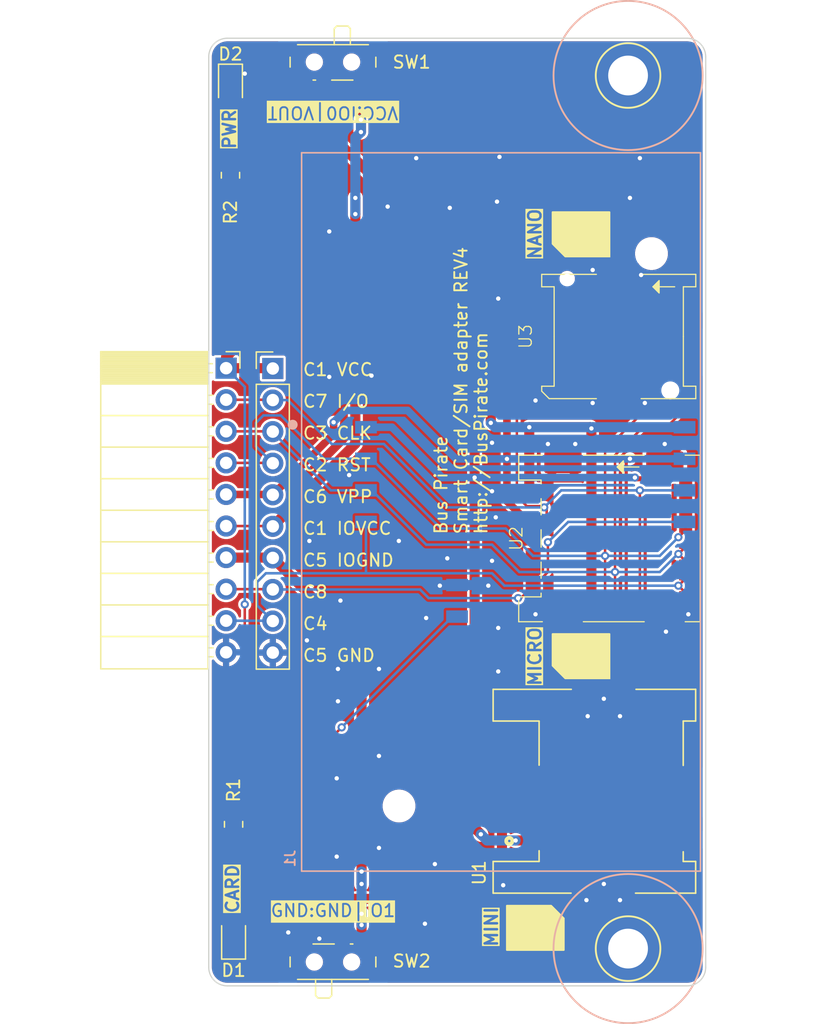
<source format=kicad_pcb>
(kicad_pcb (version 20241229) (generator "pcbnew") (generator_version "9.0")
  (layers (0 "F.Cu" signal) (2 "B.Cu" signal) (13 "F.Paste" user) (15 "B.Paste" user) (5 "F.SilkS" user "F.Silkscreen") (7 "B.SilkS" user "B.Silkscreen") (1 "F.Mask" user) (3 "B.Mask" user) (25 "Edge.Cuts" user))
  (net 0 "")
  (net 1 "Net-(D1-K)")
  (net 2 "Net-(D1-A)")
  (net 3 "/VCC")
  (net 4 "/RST")
  (net 5 "/CLK")
  (net 6 "/C4")
  (net 7 "/SIM_GND")
  (net 8 "/VPP")
  (net 9 "/I{slash}O")
  (net 10 "/C8")
  (net 11 "GND")
  (net 12 "VOUT")
  (net 13 "Net-(D2-A)")
  (net 14 "VCC_PIN")
  (net 15 "GND_PIN")
  (footprint "LED_SMD:LED_0805_2012Metric" (layer "F.Cu") (at 102 134.66 90)
    (property "Reference" "D1" (at -2.59 0 180) (layer "F.SilkS"))
    (property "Value" "LED" (hide yes))
    (pad "1" smd roundrect (at -0.9375 0 90) (size 0.975 1.4) (layers "F.Cu" "F.Mask" "F.Paste") (net 1 "Net-(D1-K)"))
    (pad "2" smd roundrect (at 0.9375 0 90) (size 0.975 1.4) (layers "F.Cu" "F.Mask" "F.Paste") (net 2 "Net-(D1-A)"))
  )
  (footprint "Connector_PinHeader_2.54mm:PinHeader_1x10_P2.54mm_Vertical" (layer "F.Cu") (at 105.156 88.825)
    (property "Reference" "J3" (hide yes))
    (property "Value" "Conn_01x10" (hide yes))
    (pad "1" thru_hole rect (at 0 0) (size 1.7 1.7) (drill 1) (layers "*.Cu" "*.Mask") (net 12 "VOUT"))
    (pad "2" thru_hole oval (at 0 2.54) (size 1.7 1.7) (drill 1) (layers "*.Cu" "*.Mask") (net 9 "/I{slash}O"))
    (pad "3" thru_hole oval (at 0 5.08) (size 1.7 1.7) (drill 1) (layers "*.Cu" "*.Mask") (net 5 "/CLK"))
    (pad "4" thru_hole oval (at 0 7.62) (size 1.7 1.7) (drill 1) (layers "*.Cu" "*.Mask") (net 4 "/RST"))
    (pad "5" thru_hole oval (at 0 10.16) (size 1.7 1.7) (drill 1) (layers "*.Cu" "*.Mask") (net 8 "/VPP"))
    (pad "6" thru_hole oval (at 0 12.7) (size 1.7 1.7) (drill 1) (layers "*.Cu" "*.Mask") (net 14 "VCC_PIN"))
    (pad "7" thru_hole oval (at 0 15.24) (size 1.7 1.7) (drill 1) (layers "*.Cu" "*.Mask") (net 15 "GND_PIN"))
    (pad "8" thru_hole oval (at 0 17.78) (size 1.7 1.7) (drill 1) (layers "*.Cu" "*.Mask") (net 10 "/C8"))
    (pad "9" thru_hole oval (at 0 20.32) (size 1.7 1.7) (drill 1) (layers "*.Cu" "*.Mask") (net 6 "/C4"))
    (pad "10" thru_hole oval (at 0 22.86) (size 1.7 1.7) (drill 1) (layers "*.Cu" "*.Mask") (net 11 "GND"))
  )
  (footprint "Resistor_SMD:R_0805_2012Metric" (layer "F.Cu") (at 102 125.5 -90)
    (property "Reference" "R1" (at -2.75 0 90) (layer "F.SilkS"))
    (property "Value" "2K" (hide yes))
    (pad "1" smd roundrect (at -0.9125 0 270) (size 1.025 1.4) (layers "F.Cu" "F.Mask" "F.Paste") (roundrect_rratio 0.243902439) (net 12 "VOUT"))
    (pad "2" smd roundrect (at 0.9125 0 270) (size 1.025 1.4) (layers "F.Cu" "F.Mask" "F.Paste") (roundrect_rratio 0.243902439) (net 2 "Net-(D1-A)"))
  )
  (footprint "Connector_PinSocket_2.54mm:PinSocket_1x10_P2.54mm_Horizontal" (layer "F.Cu") (at 101.4 88.8)
    (property "Reference" "J2" (hide yes))
    (property "Value" "Conn_01x10" (hide yes))
    (pad "1" thru_hole rect (at 0 0) (size 1.7 1.7) (drill 1) (layers "*.Cu" "*.Mask") (net 12 "VOUT"))
    (pad "2" thru_hole oval (at 0 2.54) (size 1.7 1.7) (drill 1) (layers "*.Cu" "*.Mask") (net 9 "/I{slash}O"))
    (pad "3" thru_hole oval (at 0 5.08) (size 1.7 1.7) (drill 1) (layers "*.Cu" "*.Mask") (net 5 "/CLK"))
    (pad "4" thru_hole oval (at 0 7.62) (size 1.7 1.7) (drill 1) (layers "*.Cu" "*.Mask") (net 4 "/RST"))
    (pad "5" thru_hole oval (at 0 10.16) (size 1.7 1.7) (drill 1) (layers "*.Cu" "*.Mask") (net 8 "/VPP"))
    (pad "6" thru_hole oval (at 0 12.7) (size 1.7 1.7) (drill 1) (layers "*.Cu" "*.Mask") (net 14 "VCC_PIN"))
    (pad "7" thru_hole oval (at 0 15.24) (size 1.7 1.7) (drill 1) (layers "*.Cu" "*.Mask") (net 15 "GND_PIN"))
    (pad "8" thru_hole oval (at 0 17.78) (size 1.7 1.7) (drill 1) (layers "*.Cu" "*.Mask") (net 10 "/C8"))
    (pad "9" thru_hole oval (at 0 20.32) (size 1.7 1.7) (drill 1) (layers "*.Cu" "*.Mask") (net 6 "/C4"))
    (pad "10" thru_hole oval (at 0 22.86) (size 1.7 1.7) (drill 1) (layers "*.Cu" "*.Mask") (net 11 "GND"))
  )
  (footprint "Button_Switch_SMD:SW_SPDT_PCM12" (layer "F.Cu") (at 110 64.5 180)
    (property "Reference" "SW1" (at -6.332 0.323 0) (layer "F.SilkS"))
    (property "Value" "SW_SPDT")
    (pad "" smd rect (at -3.65 -0.78 180) (size 1 0.8) (layers "F.Cu" "F.Mask" "F.Paste"))
    (pad "" smd rect (at -3.65 1.43 180) (size 1 0.8) (layers "F.Cu" "F.Mask" "F.Paste"))
    (pad "" np_thru_hole circle (at -1.5 0.33 180) (size 0.9 0.9) (drill 0.9) (layers "*.Cu" "*.Mask"))
    (pad "" np_thru_hole circle (at 1.5 0.33 180) (size 0.9 0.9) (drill 0.9) (layers "*.Cu" "*.Mask"))
    (pad "" smd rect (at 3.65 -0.78 180) (size 1 0.8) (layers "F.Cu" "F.Mask" "F.Paste"))
    (pad "" smd rect (at 3.65 1.43 180) (size 1 0.8) (layers "F.Cu" "F.Mask" "F.Paste"))
    (pad "1" smd rect (at -2.25 -1.43 180) (size 0.7 1.5) (layers "F.Cu" "F.Mask" "F.Paste") (net 14 "VCC_PIN"))
    (pad "2" smd rect (at 0.75 -1.43 180) (size 0.7 1.5) (layers "F.Cu" "F.Mask" "F.Paste") (net 3 "/VCC"))
    (pad "3" smd rect (at 2.25 -1.43 180) (size 0.7 1.5) (layers "F.Cu" "F.Mask" "F.Paste") (net 12 "VOUT"))
  )
  (footprint "SIM_CARDS:SIM-0030" (layer "F.Cu") (at 132.25 102.5 90)
    (property "Reference" "U2" (at 0 -7.5 90) (layer "F.SilkS") (effects (font (thickness 0.1))))
    (property "Value" "SIM 8P")
    (pad "C1" smd roundrect (at 3.185 6.14 90) (size 0.4 1.05) (layers "F.Cu" "F.Mask" "F.Paste") (roundrect_rratio 0.1) (net 3 "/VCC"))
    (pad "C1" smd roundrect (at 4.435 6.14 90) (size 0.4 1.05) (layers "F.Cu" "F.Mask" "F.Paste") (roundrect_rratio 0.1) (net 3 "/VCC"))
    (pad "C2" smd roundrect (at 0.645 6.14 90) (size 0.4 1.05) (layers "F.Cu" "F.Mask" "F.Paste") (roundrect_rratio 0.1) (net 4 "/RST"))
    (pad "C2" smd roundrect (at 1.895 6.14 90) (size 0.4 1.05) (layers "F.Cu" "F.Mask" "F.Paste") (roundrect_rratio 0.1) (net 4 "/RST"))
    (pad "C3" smd roundrect (at -1.895 6.14 90) (size 0.4 1.05) (layers "F.Cu" "F.Mask" "F.Paste") (roundrect_rratio 0.1) (net 5 "/CLK"))
    (pad "C3" smd roundrect (at -0.645 6.14 90) (size 0.4 1.05) (layers "F.Cu" "F.Mask" "F.Paste") (roundrect_rratio 0.1) (net 5 "/CLK"))
    (pad "C4" smd roundrect (at -4.435 6.14 90) (size 0.4 1.05) (layers "F.Cu" "F.Mask" "F.Paste") (roundrect_rratio 0.1) (net 6 "/C4"))
    (pad "C4" smd roundrect (at -3.185 6.14 90) (size 0.4 1.05) (layers "F.Cu" "F.Mask" "F.Paste") (roundrect_rratio 0.1) (net 6 "/C4"))
    (pad "C5" smd roundrect (at 3.81 -6.14 90) (size 1 1.2) (layers "F.Cu" "F.Mask" "F.Paste") (roundrect_rratio 0.1) (net 7 "/SIM_GND"))
    (pad "C6" smd roundrect (at 1.27 -6.14 90) (size 1 1.2) (layers "F.Cu" "F.Mask" "F.Paste") (roundrect_rratio 0.1) (net 8 "/VPP"))
    (pad "C7" smd roundrect (at -1.27 -6.14 90) (size 1 1.2) (layers "F.Cu" "F.Mask" "F.Paste") (roundrect_rratio 0.1) (net 9 "/I{slash}O"))
    (pad "C8" smd roundrect (at -3.81 -6.14 90) (size 1 1.2) (layers "F.Cu" "F.Mask" "F.Paste") (roundrect_rratio 0.1) (net 10 "/C8"))
    (pad "SH" smd roundrect (at -6.125 -3.74 90) (size 1.75 3) (layers "F.Cu" "F.Mask" "F.Paste") (roundrect_rratio 0.1) (net 11 "GND"))
    (pad "SH" smd roundrect (at -6.125 4.46 90) (size 1.75 3) (layers "F.Cu" "F.Mask" "F.Paste") (roundrect_rratio 0.1) (net 11 "GND"))
    (pad "SH" smd roundrect (at 6.125 -3.74 90) (size 1.75 3) (layers "F.Cu" "F.Mask" "F.Paste") (roundrect_rratio 0.1) (net 11 "GND"))
    (pad "SH" smd roundrect (at 6.125 4.46 90) (size 1.75 3) (layers "F.Cu" "F.Mask" "F.Paste") (roundrect_rratio 0.1) (net 11 "GND"))
    (zone (net 0) (net_name "") (layer "F.Cu") (connect_pads (clearance 0)) (min_thickness 0.25)
      (keepout (tracks not_allowed) (vias not_allowed) (pads not_allowed) (copperpour not_allowed) (footprints allowed))
      (fill (thermal_gap 0.5) (thermal_bridge_width 0.5))
      (polygon (pts (xy 127.75 107) (xy 127.75 98) (xy 130 98) (xy 130 107)))
    )
    (zone (net 0) (net_name "") (layer "F.Cu") (connect_pads (clearance 0)) (min_thickness 0.25)
      (keepout (tracks not_allowed) (vias not_allowed) (pads not_allowed) (copperpour not_allowed) (footprints allowed))
      (fill (thermal_gap 0.5) (thermal_bridge_width 0.5))
      (polygon (pts (xy 135.25 107) (xy 135.25 98) (xy 137.25 98) (xy 137.25 107)))
    )
  )
  (footprint "SIM_CARDS:SIM-0036" (layer "F.Cu") (at 133 86.25 90)
    (property "Reference" "U3" (at 0 -7.5 90) (layer "F.SilkS") (effects (font (thickness 0.1))))
    (property "Value" "SIM 6P")
    (pad "" np_thru_hole circle (at -4.34 4.15 90) (size 0.95 0.95) (drill 0.95) (layers "*.Cu" "*.Mask"))
    (pad "" np_thru_hole circle (at 4.66 -4.15 90) (size 0.75 0.75) (drill 0.75) (layers "*.Cu" "*.Mask"))
    (pad "C1" smd roundrect (at 2.54 5.97 90) (size 0.9 1) (layers "F.Cu" "F.Mask" "F.Paste") (roundrect_rratio 0.1) (net 3 "/VCC"))
    (pad "C2" smd roundrect (at 0 5.97 90) (size 0.9 1) (layers "F.Cu" "F.Mask" "F.Paste") (roundrect_rratio 0.1) (net 4 "/RST"))
    (pad "C3" smd roundrect (at -2.54 5.97 90) (size 0.9 1) (layers "F.Cu" "F.Mask" "F.Paste") (roundrect_rratio 0.1) (net 5 "/CLK"))
    (pad "C5" smd roundrect (at 2.54 -5.98 90) (size 0.9 1) (layers "F.Cu" "F.Mask" "F.Paste") (roundrect_rratio 0.1) (net 7 "/SIM_GND"))
    (pad "C6" smd roundrect (at 0 -5.98 90) (size 0.9 1) (layers "F.Cu" "F.Mask" "F.Paste") (roundrect_rratio 0.1) (net 8 "/VPP"))
    (pad "C7" smd roundrect (at -2.54 -5.98 90) (size 0.9 1) (layers "F.Cu" "F.Mask" "F.Paste") (roundrect_rratio 0.1) (net 9 "/I{slash}O"))
    (pad "SH" smd roundrect (at -5.385 0 90) (size 1 3.29) (layers "F.Cu" "F.Mask" "F.Paste") (roundrect_rratio 0.1) (net 11 "GND"))
    (pad "SH" smd roundrect (at 5.385 0 90) (size 1 3.29) (layers "F.Cu" "F.Mask" "F.Paste") (roundrect_rratio 0.1) (net 11 "GND"))
  )
  (footprint "Button_Switch_SMD:SW_SPDT_PCM12" (layer "F.Cu") (at 110 136.25)
    (property "Reference" "SW2" (at 6.332 0.258 0) (layer "F.SilkS"))
    (property "Value" "SW_SPDT")
    (pad "" smd rect (at -3.65 -0.78) (size 1 0.8) (layers "F.Cu" "F.Mask" "F.Paste"))
    (pad "" smd rect (at -3.65 1.43) (size 1 0.8) (layers "F.Cu" "F.Mask" "F.Paste"))
    (pad "" np_thru_hole circle (at -1.5 0.33) (size 0.9 0.9) (drill 0.9) (layers "*.Cu" "*.Mask"))
    (pad "" np_thru_hole circle (at 1.5 0.33) (size 0.9 0.9) (drill 0.9) (layers "*.Cu" "*.Mask"))
    (pad "" smd rect (at 3.65 -0.78) (size 1 0.8) (layers "F.Cu" "F.Mask" "F.Paste"))
    (pad "" smd rect (at 3.65 1.43) (size 1 0.8) (layers "F.Cu" "F.Mask" "F.Paste"))
    (pad "1" smd rect (at -2.25 -1.43) (size 0.7 1.5) (layers "F.Cu" "F.Mask" "F.Paste") (net 11 "GND"))
    (pad "2" smd rect (at 0.75 -1.43) (size 0.7 1.5) (layers "F.Cu" "F.Mask" "F.Paste") (net 7 "/SIM_GND"))
    (pad "3" smd rect (at 2.25 -1.43) (size 0.7 1.5) (layers "F.Cu" "F.Mask" "F.Paste") (net 15 "GND_PIN"))
  )
  (footprint "footprints2:DGLZ-SIM-0004" (layer "F.Cu") (at 131.75 123 90)
    (property "Reference" "U1" (at -6.4 -9.98 90) (layer "F.SilkS"))
    (property "Value" "SIM 6P")
    (pad "C1" smd rect (at -3.74 -5.66 270) (size 1 1.5) (layers "F.Cu" "F.Mask" "F.Paste") (net 3 "/VCC"))
    (pad "C2" smd rect (at -1.2 -5.66 270) (size 1 1.5) (layers "F.Cu" "F.Mask" "F.Paste") (net 4 "/RST"))
    (pad "C3" smd rect (at 1.34 -5.66 270) (size 1 1.5) (layers "F.Cu" "F.Mask" "F.Paste") (net 5 "/CLK"))
    (pad "C5" smd rect (at -3.74 6.94 270) (size 1 1.5) (layers "F.Cu" "F.Mask" "F.Paste") (net 7 "/SIM_GND"))
    (pad "C6" smd rect (at -1.2 6.94 270) (size 1 1.5) (layers "F.Cu" "F.Mask" "F.Paste") (net 8 "/VPP"))
    (pad "C7" smd rect (at 1.34 6.94 270) (size 1 1.5) (layers "F.Cu" "F.Mask" "F.Paste") (net 9 "/I{slash}O"))
    (pad "SH" smd rect (at -7.29 -1.31 270) (size 1.5 1.6) (layers "F.Cu" "F.Mask" "F.Paste") (net 11 "GND"))
    (pad "SH" smd rect (at -7.29 1.39 270) (size 1.5 1.6) (layers "F.Cu" "F.Mask" "F.Paste") (net 11 "GND"))
    (pad "SH" smd rect (at 7.61 -1.31 270) (size 1.5 1.6) (layers "F.Cu" "F.Mask" "F.Paste") (net 11 "GND"))
    (pad "SH" smd rect (at 7.61 1.39 270) (size 1.5 1.6) (layers "F.Cu" "F.Mask" "F.Paste") (net 11 "GND"))
    (zone (net 0) (net_name "") (layer "F.Cu") (connect_pads (clearance 0)) (min_thickness 0.127)
      (keepout (tracks not_allowed) (vias not_allowed) (pads not_allowed) (copperpour not_allowed) (footprints allowed))
      (fill (thermal_gap 0.508) (thermal_bridge_width 0.508))
      (polygon (pts (xy 128.59 121.16) (xy 128.59 122.16) (xy 127.39 122.16) (xy 127.39 121.16)))
    )
    (zone (net 0) (net_name "") (layer "F.Cu") (connect_pads (clearance 0)) (min_thickness 0.127)
      (keepout (tracks not_allowed) (vias not_allowed) (pads not_allowed) (copperpour not_allowed) (footprints allowed))
      (fill (thermal_gap 0.508) (thermal_bridge_width 0.508))
      (polygon (pts (xy 128.59 123.7) (xy 128.59 124.7) (xy 127.39 124.7) (xy 127.39 123.7)))
    )
    (zone (net 0) (net_name "") (layer "F.Cu") (connect_pads (clearance 0)) (min_thickness 0.127)
      (keepout (tracks not_allowed) (vias not_allowed) (pads not_allowed) (copperpour not_allowed) (footprints allowed))
      (fill (thermal_gap 0.508) (thermal_bridge_width 0.508))
      (polygon (pts (xy 128.59 126.24) (xy 128.59 127.24) (xy 127.39 127.24) (xy 127.39 126.24)))
    )
    (zone (net 0) (net_name "") (layer "F.Cu") (connect_pads (clearance 0)) (min_thickness 0.127)
      (keepout (tracks not_allowed) (vias not_allowed) (pads not_allowed) (copperpour not_allowed) (footprints allowed))
      (fill (thermal_gap 0.508) (thermal_bridge_width 0.508))
      (polygon (pts (xy 137.39 121.16) (xy 137.39 122.16) (xy 136.19 122.16) (xy 136.19 121.16)))
    )
    (zone (net 0) (net_name "") (layer "F.Cu") (connect_pads (clearance 0)) (min_thickness 0.127)
      (keepout (tracks not_allowed) (vias not_allowed) (pads not_allowed) (copperpour not_allowed) (footprints allowed))
      (fill (thermal_gap 0.508) (thermal_bridge_width 0.508))
      (polygon (pts (xy 137.39 123.7) (xy 137.39 124.7) (xy 136.19 124.7) (xy 136.19 123.7)))
    )
    (zone (net 0) (net_name "") (layer "F.Cu") (connect_pads (clearance 0)) (min_thickness 0.127)
      (keepout (tracks not_allowed) (vias not_allowed) (pads not_allowed) (copperpour not_allowed) (footprints allowed))
      (fill (thermal_gap 0.508) (thermal_bridge_width 0.508))
      (polygon (pts (xy 137.39 126.24) (xy 137.39 127.24) (xy 136.19 127.24) (xy 136.19 126.24)))
    )
  )
  (footprint "Resistor_SMD:R_0805_2012Metric" (layer "F.Cu") (at 101.75 73.275 90)
    (property "Reference" "R2" (at -2.975 0 90) (layer "F.SilkS"))
    (property "Value" "2K" (hide yes))
    (pad "1" smd roundrect (at -0.9125 0 90) (size 1.025 1.4) (layers "F.Cu" "F.Mask" "F.Paste") (roundrect_rratio 0.243902439) (net 12 "VOUT"))
    (pad "2" smd roundrect (at 0.9125 0 90) (size 1.025 1.4) (layers "F.Cu" "F.Mask" "F.Paste") (roundrect_rratio 0.243902439) (net 13 "Net-(D2-A)"))
  )
  (footprint "LED_SMD:LED_0805_2012Metric" (layer "F.Cu") (at 101.75 66.025 -90)
    (property "Reference" "D2" (at -2.5 0 180) (layer "F.SilkS"))
    (property "Value" "LED" (hide yes))
    (pad "1" smd roundrect (at -0.9375 0 270) (size 0.975 1.4) (layers "F.Cu" "F.Mask" "F.Paste") (net 11 "GND"))
    (pad "2" smd roundrect (at 0.9375 0 270) (size 0.975 1.4) (layers "F.Cu" "F.Mask" "F.Paste") (net 13 "Net-(D2-A)"))
  )
  (footprint "footprints:TE_5145300-3" (layer "B.Cu") (at 123.526 100.368 -90)
    (property "Reference" "J1" (at 27.882 16.97 90) (layer "B.SilkS") (effects (font (size 0.800244 0.800244)) (justify mirror)))
    (property "Value" "5145300-3")
    (pad "" np_thru_hole circle (at -20.79 -12.11 270) (size 2.15 2.15) (drill 2.15) (layers "*.Cu" "*.Mask"))
    (pad "" np_thru_hole circle (at 23.66 8.21 270) (size 2.15 2.15) (drill 2.15) (layers "*.Cu" "*.Mask"))
    (pad "C1" smd rect (at -6.82 10.87 180) (size 1.75 1) (layers "B.Cu" "B.Mask" "B.Paste") (net 3 "/VCC"))
    (pad "C2" smd rect (at -4.28 10.87 180) (size 1.75 1) (layers "B.Cu" "B.Mask" "B.Paste") (net 4 "/RST"))
    (pad "C3" smd rect (at -1.74 10.87 180) (size 1.75 1) (layers "B.Cu" "B.Mask" "B.Paste") (net 5 "/CLK"))
    (pad "C4" smd rect (at 0.8 10.87 180) (size 1.75 1) (layers "B.Cu" "B.Mask" "B.Paste") (net 6 "/C4"))
    (pad "C5" smd rect (at -6.82 -14.77 180) (size 1.75 1) (layers "B.Cu" "B.Mask" "B.Paste") (net 7 "/SIM_GND"))
    (pad "C6" smd rect (at -4.28 -14.77 180) (size 1.75 1) (layers "B.Cu" "B.Mask" "B.Paste") (net 8 "/VPP"))
    (pad "C7" smd rect (at -1.74 -14.77 180) (size 1.75 1) (layers "B.Cu" "B.Mask" "B.Paste") (net 9 "/I{slash}O"))
    (pad "C8" smd rect (at 0.8 -14.77 180) (size 1.75 1) (layers "B.Cu" "B.Mask" "B.Paste") (net 10 "/C8"))
    (pad "SW1" smd rect (at 5.88 3.54 180) (size 1.75 1) (layers "B.Cu" "B.Mask" "B.Paste") (net 11 "GND"))
    (pad "SW2" smd rect (at 8.42 3.54 180) (size 1.75 1) (layers "B.Cu" "B.Mask" "B.Paste") (net 1 "Net-(D1-K)"))
  )
  (gr_poly (pts (xy 127.678 78.79) (xy 128.694 79.806) (xy 132.25 79.806) (xy 132.25 76.25) (xy 127.678 76.25)) (stroke (width 0.15)) (fill yes) (layer "F.SilkS"))
  (gr_circle (center 133.75 65.25) (end 136.35 65.25) (stroke (width 0.15)) (fill no) (layer "F.SilkS"))
  (gr_circle (center 133.75 135.5) (end 136.35 135.5) (stroke (width 0.15)) (fill no) (layer "F.SilkS"))
  (gr_poly (pts (xy 127.678 112.734) (xy 128.694 113.75) (xy 132.25 113.75) (xy 132.25 110.194) (xy 127.678 110.194)) (stroke (width 0.15)) (fill yes) (layer "F.SilkS"))
  (gr_poly (pts (xy 128.572 133.07) (xy 127.556 132.054) (xy 124 132.054) (xy 124 135.61) (xy 128.572 135.61)) (stroke (width 0.15)) (fill yes) (layer "F.SilkS"))
  (gr_circle (center 133.75 135.5) (end 139.75 135.5) (stroke (width 0.15)) (fill no) (layer "B.SilkS"))
  (gr_circle (center 133.75 65.25) (end 139.75 65.25) (stroke (width 0.15)) (fill no) (layer "B.SilkS"))
  (gr_line (start 100 137) (end 100 63.75) (stroke (width 0.1)) (layer "Edge.Cuts"))
  (gr_line (start 138.5 138.5) (end 101.5 138.5) (stroke (width 0.1)) (layer "Edge.Cuts"))
  (gr_arc (start 100 63.75) (mid 100.43934 62.68934) (end 101.5 62.25) (stroke (width 0.1)) (layer "Edge.Cuts"))
  (gr_line (start 101.5 62.25) (end 138.5 62.25) (stroke (width 0.1)) (layer "Edge.Cuts"))
  (gr_arc (start 140 137) (mid 139.56066 138.06066) (end 138.5 138.5) (stroke (width 0.1)) (layer "Edge.Cuts"))
  (gr_arc (start 101.5 138.5) (mid 100.43934 138.06066) (end 100 137) (stroke (width 0.1)) (layer "Edge.Cuts"))
  (gr_arc (start 138.5 62.25) (mid 139.56066 62.68934) (end 140 63.75) (stroke (width 0.1)) (layer "Edge.Cuts"))
  (gr_line (start 140 63.75) (end 140 137) (stroke (width 0.1)) (layer "Edge.Cuts"))
  (gr_text "C4" (at 107.5 109.94444 0) (layer "F.SilkS") (effects (font (size 1 1)) (justify left bottom)))
  (gr_text "C2 RST" (at 107.5 97.166665 0) (layer "F.SilkS") (effects (font (size 1 1)) (justify left bottom)))
  (gr_text "C3 CLK" (at 107.5 94.61111 0) (layer "F.SilkS") (effects (font (size 1 1)) (justify left bottom)))
  (gr_text "MINI" (at 122.75 133.75 90) (layer "F.SilkS" knockout) (effects (font (size 1 1) (thickness 0.2) (bold yes))))
  (gr_text "MICRO" (at 126.25 112 90) (layer "F.SilkS" knockout) (effects (font (size 1 1) (thickness 0.2) (bold yes))))
  (gr_text "PWR" (at 102.25 71.275 90) (layer "F.SilkS" knockout) (effects (font (size 1 1) (thickness 0.2) (bold yes)) (justify left bottom)))
  (gr_text "C5 GND" (at 107.5 112.5 0) (layer "F.SilkS") (effects (font (size 1 1)) (justify left bottom)))
  (gr_text "C8" (at 107.5 107.388885 0) (layer "F.SilkS") (effects (font (size 1 1)) (justify left bottom)))
  (gr_text "C1 VCC" (at 107.5 89.5 0) (layer "F.SilkS") (effects (font (size 1 1)) (justify left bottom)))
  (gr_text "Bus Pirate\nSmart Card/SIM adapter REV4\nhttp://BusPirate.com" (at 122.5 102.25 90) (layer "F.SilkS") (effects (font (size 1 1)) (justify left bottom)))
  (gr_text "C7 I/O" (at 107.5 92.055555 0) (layer "F.SilkS") (effects (font (size 1 1)) (justify left bottom)))
  (gr_text "GND:GND|IO1" (at 110 132.444 0) (layer "F.SilkS" knockout) (effects (font (size 1 1))))
  (gr_text "VCC:IO0|VOUT" (at 110 68.25 180) (layer "F.SilkS" knockout) (effects (font (size 1 1))))
  (gr_text "C1 IOVCC" (at 107.5 102.277775 0) (layer "F.SilkS") (effects (font (size 1 1)) (justify left bottom)))
  (gr_text "C5 IOGND" (at 107.5 104.83333 0) (layer "F.SilkS") (effects (font (size 1 1)) (justify left bottom)))
  (gr_text "C6 VPP" (at 107.5 99.72222 0) (layer "F.SilkS") (effects (font (size 1 1)) (justify left bottom)))
  (gr_text "NANO" (at 126.25 78 90) (layer "F.SilkS" knockout) (effects (font (size 1 1) (thickness 0.2) (bold yes))))
  (gr_text "CARD" (at 102.5 132.75 90) (layer "F.SilkS" knockout) (effects (font (size 1 1) (thickness 0.2) (bold yes)) (justify left bottom)))
  (segment (start 102.2025 135.5975) (end 102 135.5975) (width 0.2032) (layer "F.Cu") (net 1))
  (segment (start 104.8 133) (end 102.2025 135.5975) (width 0.2032) (layer "F.Cu") (net 1))
  (segment (start 110.7 117.7) (end 104.8 123.6) (width 0.2032) (layer "F.Cu") (net 1))
  (segment (start 104.8 123.6) (end 104.8 133) (width 0.2032) (layer "F.Cu") (net 1))
  (via (at 110.7 117.7) (size 0.6548) (drill 0.35) (layers "F.Cu" "B.Cu") (net 1))
  (segment (start 119.612 108.788) (end 119.986 108.788) (width 0.2032) (layer "B.Cu") (net 1))
  (segment (start 110.7 117.7) (end 119.612 108.788) (width 0.2032) (layer "B.Cu") (net 1))
  (segment (start 102 133.7225) (end 102 126.4125) (width 0.2032) (layer "F.Cu") (net 2))
  (segment (start 138.39 98.065) (end 138.39 99.315) (width 0.4064) (layer "F.Cu") (net 3))
  (segment (start 134.4 97.7) (end 134.3 97.6) (width 0.4064) (layer "F.Cu") (net 3))
  (segment (start 109.25 69.45) (end 113.55 73.75) (width 0.8128) (layer "F.Cu") (net 3))
  (segment (start 135.75 73.75) (end 138.97 76.97) (width 0.8128) (layer "F.Cu") (net 3))
  (segment (start 124.7 126.8) (end 125.48 126.8) (width 0.8128) (layer "F.Cu") (net 3))
  (segment (start 121.4 125.8) (end 121.4 73.75) (width 0.8128) (layer "F.Cu") (net 3))
  (segment (start 138.97 76.97) (end 138.97 83.71) (width 0.8128) (layer "F.Cu") (net 3))
  (segment (start 109.25 65.93) (end 109.25 69.45) (width 0.8128) (layer "F.Cu") (net 3))
  (segment (start 121.4 73.75) (end 135.75 73.75) (width 0.8128) (layer "F.Cu") (net 3))
  (segment (start 125.54 126.74) (end 126.09 126.74) (width 0.8128) (layer "F.Cu") (net 3))
  (segment (start 113.55 73.75) (end 121.4 73.75) (width 0.8128) (layer "F.Cu") (net 3))
  (segment (start 138.39 98.065) (end 138.025 97.7) (width 0.4064) (layer "F.Cu") (net 3))
  (segment (start 125.48 126.8) (end 125.54 126.74) (width 0.8128) (layer "F.Cu") (net 3))
  (segment (start 138.025 97.7) (end 134.4 97.7) (width 0.4064) (layer "F.Cu") (net 3))
  (segment (start 121.9 126.3) (end 121.4 125.8) (width 0.8128) (layer "F.Cu") (net 3))
  (via (at 121.9 126.3) (size 0.6548) (drill 0.35) (layers "F.Cu" "B.Cu") (net 3))
  (via (at 121.4 97.6) (size 0.6548) (drill 0.35) (layers "F.Cu" "B.Cu") (net 3))
  (via (at 134.3 97.6) (size 0.6548) (drill 0.35) (layers "F.Cu" "B.Cu") (net 3))
  (via (at 124.7 126.8) (size 0.6548) (drill 0.35) (layers "F.Cu" "B.Cu") (net 3))
  (segment (start 121.9 126.3) (end 122.4 126.8) (width 0.8128) (layer "B.Cu") (net 3))
  (segment (start 112.656 93.548) (end 114.748 93.548) (width 0.6096) (layer "B.Cu") (net 3))
  (segment (start 114.748 93.548) (end 118.8 97.6) (width 0.6096) (layer "B.Cu") (net 3))
  (segment (start 122.4 126.8) (end 124.7 126.8) (width 0.8128) (layer "B.Cu") (net 3))
  (segment (start 121.4 97.6) (end 134.3 97.6) (width 0.6096) (layer "B.Cu") (net 3))
  (segment (start 118.8 97.6) (end 121.4 97.6) (width 0.6096) (layer "B.Cu") (net 3))
  (segment (start 125.59 124.2) (end 126.09 124.2) (width 0.2032) (layer "F.Cu") (net 4))
  (segment (start 105.131 96.42) (end 105.156 96.445) (width 0.2032) (layer "F.Cu") (net 4))
  (segment (start 101.4 96.42) (end 105.131 96.42) (width 0.2032) (layer "F.Cu") (net 4))
  (segment (start 124.5874 117.8126) (end 124.5874 123.1974) (width 0.2032) (layer "F.Cu") (net 4))
  (segment (start 138.39 101.855) (end 138.345 101.855) (width 0.2032) (layer "F.Cu") (net 4))
  (segment (start 138.345 101.855) (end 137.8 102.4) (width 0.2032) (layer "F.Cu") (net 4))
  (segment (start 124.5874 123.1974) (end 125.59 124.2) (width 0.2032) (layer "F.Cu") (net 4))
  (segment (start 131.9 103.9) (end 131.9 110.5) (width 0.2032) (layer "F.Cu") (net 4))
  (segment (start 131.9 103.9) (end 131.9 95.4) (width 0.2032) (layer "F.Cu") (net 4))
  (segment (start 138.1 87.12) (end 138.97 86.25) (width 0.2032) (layer "F.Cu") (net 4))
  (segment (start 134.6 92.7) (end 136.6 92.7) (width 0.2032) (layer "F.Cu") (net 4))
  (segment (start 131.9 110.5) (end 124.5874 117.8126) (width 0.2032) (layer "F.Cu") (net 4))
  (segment (start 138.1 91.2) (end 138.1 87.12) (width 0.2032) (layer "F.Cu") (net 4))
  (segment (start 138.39 100.605) (end 138.39 101.855) (width 0.2032) (layer "F.Cu") (net 4))
  (segment (start 131.9 95.4) (end 134.6 92.7) (width 0.2032) (layer "F.Cu") (net 4))
  (segment (start 136.6 92.7) (end 138.1 91.2) (width 0.2032) (layer "F.Cu") (net 4))
  (via (at 137.8 102.4) (size 0.6548) (drill 0.35) (layers "F.Cu" "B.Cu") (net 4))
  (via (at 131.9 103.9) (size 0.6548) (drill 0.35) (layers "F.Cu" "B.Cu") (net 4))
  (segment (start 118.7 101.7) (end 113.088 96.088) (width 0.2032) (layer "B.Cu") (net 4))
  (segment (start 131.9 103.9) (end 126.1 103.9) (width 0.2032) (layer "B.Cu") (net 4))
  (segment (start 109.288 96.088) (end 105.8 92.6) (width 0.2032) (layer "B.Cu") (net 4))
  (segment (start 136.3 103.9) (end 137.8 102.4) (width 0.2032) (layer "B.Cu") (net 4))
  (segment (start 123.9 101.7) (end 118.7 101.7) (width 0.2032) (layer "B.Cu") (net 4))
  (segment (start 113.088 96.088) (end 112.656 96.088) (width 0.2032) (layer "B.Cu") (net 4))
  (segment (start 104.4 92.6) (end 103.8 93.2) (width 0.2032) (layer "B.Cu") (net 4))
  (segment (start 112.656 96.088) (end 109.288 96.088) (width 0.2032) (layer "B.Cu") (net 4))
  (segment (start 131.9 103.9) (end 136.3 103.9) (width 0.2032) (layer "B.Cu") (net 4))
  (segment (start 126.1 103.9) (end 123.9 101.7) (width 0.2032) (layer "B.Cu") (net 4))
  (segment (start 105.8 92.6) (end 104.4 92.6) (width 0.2032) (layer "B.Cu") (net 4))
  (segment (start 103.8 95.089) (end 105.156 96.445) (width 0.2032) (layer "B.Cu") (net 4))
  (segment (start 103.8 93.2) (end 103.8 95.089) (width 0.2032) (layer "B.Cu") (net 4))
  (segment (start 138.39 103.16) (end 137.8 103.75) (width 0.2032) (layer "F.Cu") (net 5))
  (segment (start 138.39 104.395) (end 138.39 104.34) (width 0.2032) (layer "F.Cu") (net 5))
  (segment (start 138.39 103.145) (end 138.39 103.16) (width 0.2032) (layer "F.Cu") (net 5))
  (segment (start 138.97 91.43) (end 138.97 88.79) (width 0.2032) (layer "F.Cu") (net 5))
  (segment (start 105.131 93.88) (end 105.156 93.905) (width 0.2032) (layer "F.Cu") (net 5))
  (segment (start 138.39 104.34) (end 137.8 103.75) (width 0.2032) (layer "F.Cu") (net 5))
  (segment (start 132.7 105.2) (end 132.7 110.7) (width 0.2032) (layer "F.Cu") (net 5))
  (segment (start 135 93.5) (end 136.9 93.5) (width 0.2032) (layer "F.Cu") (net 5))
  (segment (start 125.59 117.81) (end 125.59 121.16) (width 0.2032) (layer "F.Cu") (net 5))
  (segment (start 125.59 121.16) (end 126.09 121.66) (width 0.2032) (layer "F.Cu") (net 5))
  (segment (start 132.7 95.8) (end 135 93.5) (width 0.2032) (layer "F.Cu") (net 5))
  (segment (start 132.7 110.7) (end 125.59 117.81) (width 0.2032) (layer "F.Cu") (net 5))
  (segment (start 136.9 93.5) (end 138.97 91.43) (width 0.2032) (layer "F.Cu") (net 5))
  (segment (start 101.4 93.88) (end 105.131 93.88) (width 0.2032) (layer "F.Cu") (net 5))
  (segment (start 132.7 105.2) (end 132.7 95.8) (width 0.2032) (layer "F.Cu") (net 5))
  (via (at 132.7 105.2) (size 0.6548) (drill 0.35) (layers "F.Cu" "B.Cu") (net 5))
  (via (at 137.8 103.75) (size 0.6548) (drill 0.35) (layers "F.Cu" "B.Cu") (net 5))
  (segment (start 109.828 98.628) (end 112.656 98.628) (width 0.2032) (layer "B.Cu") (net 5))
  (segment (start 105.156 93.905) (end 105.156 93.956) (width 0.2032) (layer "B.Cu") (net 5))
  (segment (start 125 105.2) (end 122.8 103) (width 0.2032) (layer "B.Cu") (net 5))
  (segment (start 117.5 103) (end 113.128 98.628) (width 0.2032) (layer "B.Cu") (net 5))
  (segment (start 137.75 103.75) (end 137.8 103.75) (width 0.2032) (layer "B.Cu") (net 5))
  (segment (start 136.3 105.2) (end 137.75 103.75) (width 0.2032) (layer "B.Cu") (net 5))
  (segment (start 132.7 105.2) (end 125 105.2) (width 0.2032) (layer "B.Cu") (net 5))
  (segment (start 132.7 105.2) (end 136.3 105.2) (width 0.2032) (layer "B.Cu") (net 5))
  (segment (start 105.156 93.956) (end 109.828 98.628) (width 0.2032) (layer "B.Cu") (net 5))
  (segment (start 122.8 103) (end 117.5 103) (width 0.2032) (layer "B.Cu") (net 5))
  (segment (start 113.128 98.628) (end 112.656 98.628) (width 0.2032) (layer "B.Cu") (net 5))
  (segment (start 138.39 105.685) (end 138.39 105.71) (width 0.2032) (layer "F.Cu") (net 6))
  (segment (start 138.39 105.71) (end 137.8 106.3) (width 0.2032) (layer "F.Cu") (net 6))
  (segment (start 138.39 106.89) (end 137.8 106.3) (width 0.2032) (layer "F.Cu") (net 6))
  (segment (start 138.39 106.935) (end 138.39 106.89) (width 0.2032) (layer "F.Cu") (net 6))
  (via (at 137.8 106.3) (size 0.6548) (drill 0.35) (layers "F.Cu" "B.Cu") (net 6))
  (segment (start 112.656 101.168) (end 112.656 105.256) (width 0.2032) (layer "B.Cu") (net 6))
  (segment (start 123.8 106.3) (end 137.8 106.3) (width 0.2032) (layer "B.Cu") (net 6))
  (segment (start 112.7 105.3) (end 122.8 105.3) (width 0.2032) (layer "B.Cu") (net 6))
  (segment (start 112.7 105.3) (end 104.6 105.3) (width 0.2032) (layer "B.Cu") (net 6))
  (segment (start 103.9 106) (end 103.9 107.889) (width 0.2032) (layer "B.Cu") (net 6))
  (segment (start 104.6 105.3) (end 103.9 106) (width 0.2032) (layer "B.Cu") (net 6))
  (segment (start 105.131 109.12) (end 105.156 109.145) (width 0.2032) (layer "B.Cu") (net 6))
  (segment (start 122.8 105.3) (end 123.8 106.3) (width 0.2032) (layer "B.Cu") (net 6))
  (segment (start 103.9 107.889) (end 105.156 109.145) (width 0.2032) (layer "B.Cu") (net 6))
  (segment (start 101.4 109.12) (end 105.131 109.12) (width 0.2032) (layer "B.Cu") (net 6))
  (segment (start 137.9428 128.8) (end 123.7 128.8) (width 0.8128) (layer "F.Cu") (net 7))
  (segment (start 125.8 98.38) (end 125.8 93.548) (width 0.8128) (layer "F.Cu") (net 7))
  (segment (start 120.1 131.5) (end 111.7 131.5) (width 0.8128) (layer "F.Cu") (net 7))
  (segment (start 123.6 117.3) (end 123.6 128.7) (width 0.8128) (layer "F.Cu") (net 7))
  (segment (start 138.69 126.74) (end 138.69 128.0528) (width 0.8128) (layer "F.Cu") (net 7))
  (segment (start 111.7 131.5) (end 110.75 132.45) (width 0.8128) (layer "F.Cu") (net 7))
  (segment (start 125.8 93.548) (end 130.7 93.548) (width 0.8128) (layer "F.Cu") (net 7))
  (segment (start 130.7 93.548) (end 130.8 93.648) (width 0.8128) (layer "F.Cu") (net 7))
  (segment (start 110.75 132.45) (end 110.75 134.82) (width 0.8128) (layer "F.Cu") (net 7))
  (segment (start 138.69 128.0528) (end 137.9428 128.8) (width 0.8128) (layer "F.Cu") (net 7))
  (segment (start 123.6 128.7) (end 123.7 128.8) (width 0.8128) (layer "F.Cu") (net 7))
  (segment (start 122.7 93.2) (end 122.7 88.03) (width 0.8128) (layer "F.Cu") (net 7))
  (segment (start 122.7 88.03) (end 127.02 83.71) (width 0.8128) (layer "F.Cu") (net 7))
  (segment (start 126.11 98.69) (end 125.8 98.38) (width 0.8128) (layer "F.Cu") (net 7))
  (segment (start 130.8 110.1) (end 123.6 117.3) (width 0.8128) (layer "F.Cu") (net 7))
  (segment (start 122.8 128.8) (end 120.1 131.5) (width 0.8128) (layer "F.Cu") (net 7))
  (segment (start 130.8 93.648) (end 130.8 110.1) (width 0.8128) (layer "F.Cu") (net 7))
  (segment (start 123.7 128.8) (end 122.8 128.8) (width 0.8128) (layer "F.Cu") (net 7))
  (via (at 130.8 93.648) (size 0.6548) (drill 0.35) (layers "F.Cu" "B.Cu") (net 7))
  (via (at 122.7 93.2) (size 0.6548) (drill 0.35) (layers "F.Cu" "B.Cu") (net 7))
  (via (at 125.8 93.548) (size 0.6548) (drill 0.35) (layers "F.Cu" "B.Cu") (net 7))
  (segment (start 122.7 93.2) (end 123.048 93.548) (width 0.8128) (layer "B.Cu") (net 7))
  (segment (start 123.048 93.548) (end 125.8 93.548) (width 0.8128) (layer "B.Cu") (net 7))
  (segment (start 130.7 93.548) (end 130.8 93.648) (width 0.8128) (layer "B.Cu") (net 7))
  (segment (start 138.296 93.548) (end 130.9 93.548) (width 0.8128) (layer "B.Cu") (net 7))
  (segment (start 130.9 93.548) (end 130.8 93.648) (width 0.8128) (layer "B.Cu") (net 7))
  (segment (start 125.8 93.548) (end 130.7 93.548) (width 0.8128) (layer "B.Cu") (net 7))
  (segment (start 125.73 101.23) (end 124 99.5) (width 0.6096) (layer "F.Cu") (net 8))
  (segment (start 137.6 123.11) (end 137.6 116.4) (width 0.254) (layer "F.Cu") (net 8))
  (segment (start 124 89.27) (end 127.02 86.25) (width 0.6096) (layer "F.Cu") (net 8))
  (segment (start 126.11 101.23) (end 125.73 101.23) (width 0.6096) (layer "F.Cu") (net 8))
  (segment (start 133.6 96.388) (end 133.9 96.088) (width 0.254) (layer "F.Cu") (net 8))
  (segment (start 110.05 94.091) (end 110.05 93.15) (width 0.6096) (layer "F.Cu") (net 8))
  (segment (start 101.4 98.96) (end 105.131 98.96) (width 0.6096) (layer "F.Cu") (net 8))
  (segment (start 137.6 116.4) (end 133.6 112.4) (width 0.254) (layer "F.Cu") (net 8))
  (segment (start 124 99.5) (end 124 96.1) (width 0.6096) (layer "F.Cu") (net 8))
  (segment (start 105.131 98.96) (end 105.156 98.985) (width 0.6096) (layer "F.Cu") (net 8))
  (segment (start 133.6 112.4) (end 133.6 96.388) (width 0.254) (layer "F.Cu") (net 8))
  (segment (start 105.156 98.985) (end 110.05 94.091) (width 0.6096) (layer "F.Cu") (net 8))
  (segment (start 138.69 124.2) (end 137.6 123.11) (width 0.254) (layer "F.Cu") (net 8))
  (segment (start 124 96.1) (end 124 89.27) (width 0.6096) (layer "F.Cu") (net 8))
  (via (at 124 96.1) (size 0.6548) (drill 0.35) (layers "F.Cu" "B.Cu") (net 8))
  (via (at 110.05 93.15) (size 0.6548) (drill 0.35) (layers "F.Cu" "B.Cu") (net 8))
  (via (at 133.9 96.088) (size 0.6548) (drill 0.35) (layers "F.Cu" "B.Cu") (net 8))
  (segment (start 119.9 96.1) (end 124 96.1) (width 0.6096) (layer "B.Cu") (net 8))
  (segment (start 133.9 96.088) (end 138.296 96.088) (width 0.6096) (layer "B.Cu") (net 8))
  (segment (start 116 92.2) (end 119.9 96.1) (width 0.6096) (layer "B.Cu") (net 8))
  (segment (start 110.05 93.15) (end 111 92.2) (width 0.6096) (layer "B.Cu") (net 8))
  (segment (start 111 92.2) (end 116 92.2) (width 0.6096) (layer "B.Cu") (net 8))
  (segment (start 133.888 96.1) (end 124 96.1) (width 0.6096) (layer "B.Cu") (net 8))
  (segment (start 133.9 96.088) (end 133.888 96.1) (width 0.6096) (layer "B.Cu") (net 8))
  (segment (start 134.7 98.628) (end 134.7 112.21) (width 0.2032) (layer "F.Cu") (net 9))
  (segment (start 127.2 100.2) (end 127.2 101.8) (width 0.2032) (layer "F.Cu") (net 9))
  (segment (start 126.9 99.9) (end 127 100) (width 0.2032) (layer "F.Cu") (net 9))
  (segment (start 127.02 88.79) (end 124.8 91.01) (width 0.2032) (layer "F.Cu") (net 9))
  (segment (start 124.8 99.1) (end 125.6 99.9) (width 0.2032) (layer "F.Cu") (net 9))
  (segment (start 124.8 91.01) (end 124.8 99.1) (width 0.2032) (layer "F.Cu") (net 9))
  (segment (start 138.7 116.21) (end 138.7 121.65) (width 0.2032) (layer "F.Cu") (net 9))
  (segment (start 127.2 101.8) (end 126.11 102.89) (width 0.2032) (layer "F.Cu") (net 9))
  (segment (start 126.11 102.89) (end 126.11 103.77) (width 0.2032) (layer "F.Cu") (net 9))
  (segment (start 127 100) (end 127.2 100.2) (width 0.2032) (layer "F.Cu") (net 9))
  (segment (start 134.7 112.21) (end 138.7 116.21) (width 0.2032) (layer "F.Cu") (net 9))
  (segment (start 125.6 99.9) (end 126.9 99.9) (width 0.2032) (layer "F.Cu") (net 9))
  (segment (start 101.4 91.34) (end 105.131 91.34) (width 0.2032) (layer "F.Cu") (net 9))
  (segment (start 138.7 121.65) (end 138.69 121.66) (width 0.2032) (layer "F.Cu") (net 9))
  (segment (start 105.131 91.34) (end 105.156 91.365) (width 0.2032) (layer "F.Cu") (net 9))
  (via (at 134.7 98.628) (size 0.6548) (drill 0.35) (layers "F.Cu" "B.Cu") (net 9))
  (via (at 127 100) (size 0.6548) (drill 0.35) (layers "F.Cu" "B.Cu") (net 9))
  (segment (start 105.156 91.365) (end 106.365 91.365) (width 0.2032) (layer "B.Cu") (net 9))
  (segment (start 134.7 98.628) (end 128.372 98.628) (width 0.2032) (layer "B.Cu") (net 9))
  (segment (start 106.365 91.365) (end 109.9 94.9) (width 0.2032) (layer "B.Cu") (net 9))
  (segment (start 114.1 94.9) (end 119.2 100) (width 0.2032) (layer "B.Cu") (net 9))
  (segment (start 119.2 100) (end 127 100) (width 0.2032) (layer "B.Cu") (net 9))
  (segment (start 138.296 98.628) (end 134.7 98.628) (width 0.2032) (layer "B.Cu") (net 9))
  (segment (start 109.9 94.9) (end 114.1 94.9) (width 0.2032) (layer "B.Cu") (net 9))
  (segment (start 128.372 98.628) (end 127 100) (width 0.2032) (layer "B.Cu") (net 9))
  (segment (start 101.4 106.58) (end 105.131 106.58) (width 0.2032) (layer "F.Cu") (net 10))
  (segment (start 127.3 105.2) (end 126.19 106.31) (width 0.2032) (layer "F.Cu") (net 10))
  (segment (start 124.9 107.3) (end 125.12 107.3) (width 0.2032) (layer "F.Cu") (net 10))
  (segment (start 125.12 107.3) (end 126.11 106.31) (width 0.2032) (layer "F.Cu") (net 10))
  (segment (start 105.131 106.58) (end 105.156 106.605) (width 0.2032) (layer "F.Cu") (net 10))
  (segment (start 126.19 106.31) (end 126.11 106.31) (width 0.2032) (layer "F.Cu") (net 10))
  (segment (start 127.3 102.8) (end 127.3 105.2) (width 0.2032) (layer "F.Cu") (net 10))
  (via (at 124.9 107.3) (size 0.6548) (drill 0.35) (layers "F.Cu" "B.Cu") (net 10))
  (via (at 127.3 102.8) (size 0.6548) (drill 0.35) (layers "F.Cu" "B.Cu") (net 10))
  (segment (start 105.156 106.605) (end 117.005 106.605) (width 0.2032) (layer "B.Cu") (net 10))
  (segment (start 117.7 107.3) (end 124.9 107.3) (width 0.2032) (layer "B.Cu") (net 10))
  (segment (start 117.005 106.605) (end 117.7 107.3) (width 0.2032) (layer "B.Cu") (net 10))
  (segment (start 128.932 101.168) (end 138.296 101.168) (width 0.2032) (layer "B.Cu") (net 10))
  (segment (start 127.3 102.8) (end 128.932 101.168) (width 0.2032) (layer "B.Cu") (net 10))
  (segment (start 131.79 115.39) (end 131.8 115.4) (width 0.8128) (layer "F.Cu") (net 11))
  (segment (start 130.44 130.29) (end 130.44 131.56) (width 0.8128) (layer "F.Cu") (net 11))
  (segment (start 135.065 91.635) (end 135.1 91.6) (width 0.8128) (layer "F.Cu") (net 11))
  (segment (start 129.5 95.385) (end 128.51 96.375) (width 0.8128) (layer "F.Cu") (net 11))
  (segment (start 133 80.865) (end 134.365 80.865) (width 0.8128) (layer "F.Cu") (net 11))
  (segment (start 130.44 131.56) (end 130.4 131.6) (width 0.8128) (layer "F.Cu") (net 11))
  (segment (start 127.3 95.165) (end 128.51 96.375) (width 0.8128) (layer "F.Cu") (net 11))
  (segment (start 130.935 91.635) (end 130.9 91.6) (width 0.8128) (layer "F.Cu") (net 11))
  (segment (start 129.5 94.9) (end 129.5 95.385) (width 0.8128) (layer "F.Cu") (net 11))
  (segment (start 133.14 130.29) (end 131.81 130.29) (width 0.8128) (layer "F.Cu") (net 11))
  (segment (start 136.71 109.91) (end 136.8 110) (width 0.8128) (layer "F.Cu") (net 11))
  (segment (start 130.44 115.39) (end 130.44 116.74) (width 0.8128) (layer "F.Cu") (net 11))
  (segment (start 101.75 65.0875) (end 102.8875 65.0875) (width 0.8128) (layer "F.Cu") (net 11))
  (segment (start 130.44 116.74) (end 130.5 116.8) (width 0.8128) (layer "F.Cu") (net 11))
  (segment (start 102.8875 65.0875) (end 102.9 65.1) (width 0.8128) (layer "F.Cu") (net 11))
  (segment (start 131.79 130.29) (end 131.8 130.3) (width 0.8128) (layer "F.Cu") (net 11))
  (segment (start 133.14 116.76) (end 133.1 116.8) (width 0.8128) (layer "F.Cu") (net 11))
  (segment (start 127.3 94.9) (end 127.3 95.165) (width 0.8128) (layer "F.Cu") (net 11))
  (segment (start 133 80.865) (end 130.935 80.865) (width 0.8128) (layer "F.Cu") (net 11))
  (segment (start 136.71 108.625) (end 136.71 109.91) (width 0.8128) (layer "F.Cu") (net 11))
  (segment (start 133 91.635) (end 130.935 91.635) (width 0.8128) (layer "F.Cu") (net 11))
  (segment (start 108.78 134.82) (end 108.9 134.7) (width 0.8128) (layer "F.Cu") (net 11))
  (segment (start 107.75 134.82) (end 108.78 134.82) (width 0.8128) (layer "F.Cu") (net 11))
  (segment (start 133 91.635) (end 135.065 91.635) (width 0.8128) (layer "F.Cu") (net 11))
  (segment (start 107.75 134.82) (end 107.13 134.2) (width 0.8128) (layer "F.Cu") (net 11))
  (segment (start 136.71 108.625) (end 138.575 108.625) (width 0.8128) (layer "F.Cu") (net 11))
  (segment (start 136.71 96.375) (end 136.71 94.91) (width 0.8128) (layer "F.Cu") (net 11))
  (segment (start 130.44 130.29) (end 131.79 130.29) (width 0.8128) (layer "F.Cu") (net 11))
  (segment (start 133.14 130.29) (end 133.14 131.56) (width 0.8128) (layer "F.Cu") (net 11))
  (segment (start 133.14 131.56) (end 133.1 131.6) (width 0.8128) (layer "F.Cu") (net 11))
  (segment (start 133.14 115.39) (end 131.81 115.39) (width 0.8128) (layer "F.Cu") (net 11))
  (segment (start 107.13 134.2) (end 106.4 134.2) (width 0.8128) (layer "F.Cu") (net 11))
  (segment (start 130.44 115.39) (end 131.79 115.39) (width 0.8128) (layer "F.Cu") (net 11))
  (segment (start 134.365 80.865) (end 134.8 81.3) (width 0.8128) (layer "F.Cu") (net 11))
  (segment (start 126.325 108.625) (end 126.3 108.6) (width 0.8128) (layer "F.Cu") (net 11))
  (segment (start 131.81 130.29) (end 131.8 130.3) (width 0.8128) (layer "F.Cu") (net 11))
  (segment (start 136.71 94.91) (end 136.7 94.9) (width 0.8128) (layer "F.Cu") (net 11))
  (segment (start 133.14 115.39) (end 133.14 116.76) (width 0.8128) (layer "F.Cu") (net 11))
  (segment (start 130.935 80.865) (end 130.9 80.9) (width 0.8128) (layer "F.Cu") (net 11))
  (segment (start 128.51 108.625) (end 126.325 108.625) (width 0.8128) (layer "F.Cu") (net 11))
  (segment (start 131.81 115.39) (end 131.8 115.4) (width 0.8128) (layer "F.Cu") (net 11))
  (segment (start 138.575 108.625) (end 138.6 108.6) (width 0.8128) (layer "F.Cu") (net 11))
  (via (at 135.1 91.6) (size 0.6548) (drill 0.35) (layers "F.Cu" "B.Cu") (net 11))
  (via (at 117.5 108.9) (size 0.6548) (drill 0.35) (layers "F.Cu" "B.Cu") (net 11))
  (via (at 133.75 135.5) (size 3.4) (drill 3.2) (layers "F.Cu" "B.Cu") (net 11))
  (via (at 110.4 113) (size 0.6548) (drill 0.35) (layers "F.Cu" "B.Cu") (net 11))
  (via (at 133.1 116.8) (size 0.6548) (drill 0.35) (layers "F.Cu" "B.Cu") (net 11))
  (via (at 131.8 115.4) (size 0.6548) (drill 0.35) (layers "F.Cu" "B.Cu") (net 11))
  (via (at 110.4 115.6) (size 0.6548) (drill 0.35) (layers "F.Cu" "B.Cu") (net 11))
  (via (at 136.8 110) (size 0.6548) (drill 0.35) (layers "F.Cu" "B.Cu") (net 11))
  (via (at 108.1 102.7) (size 0.6548) (drill 0.35) (layers "F.Cu" "B.Cu") (net 11))
  (via (at 109.7 77.8) (size 0.6548) (drill 0.35) (layers "F.Cu" "B.Cu") (net 11))
  (via (at 108.9 134.7) (size 0.6548) (drill 0.35) (layers "F.Cu" "B.Cu") (net 11))
  (via (at 107.9 110.7) (size 0.6548) (drill 0.35) (layers "F.Cu" "B.Cu") (net 11))
  (via (at 123.3 113.2) (size 0.6548) (drill 0.35) (layers "F.Cu" "B.Cu") (net 11))
  (via (at 117.4 133.5) (size 0.6548) (drill 0.35) (layers "F.Cu" "B.Cu") (net 11))
  (via (at 116.7 71.9) (size 0.6548) (drill 0.35) (layers "F.Cu" "B.Cu") (net 11))
  (via (at 122.8 104.3) (size 0.6548) (drill 0.35) (layers "F.Cu" "B.Cu") (net 11))
  (via (at 123.1 100.8) (size 0.6548) (drill 0.35) (layers "F.Cu" "B.Cu") (net 11))
  (via (at 102.9 65.1) (size 0.6548) (drill 0.35) (layers "F.Cu" "B.Cu") (net 11))
  (via (at 134.7 71.9) (size 0.6548) (drill 0.35) (layers "F.Cu" "B.Cu") (net 11))
  (via (at 138.6 108.6) (size 0.6548) (drill 0.35) (layers "F.Cu" "B.Cu") (net 11))
  (via (at 131.8 130.3) (size 0.6548) (drill 0.35) (layers "F.Cu" "B.Cu") (net 11))
  (via (at 113.1 89.4) (size 0.6548) (drill 0.35) (layers "F.Cu" "B.Cu") (net 11))
  (via (at 133.1 131.6) (size 0.6548) (drill 0.35) (layers "F.Cu" "B.Cu") (net 11))
  (via (at 126.3 91.4) (size 0.6548) (drill 0.35) (layers "F.Cu" "B.Cu") (net 11))
  (via (at 110.6 107.5) (size 0.6548) (drill 0.35) (layers "F.Cu" "B.Cu") (net 11))
  (via (at 133.9 75.1) (size 0.6548) (drill 0.35) (layers "F.Cu" "B.Cu") (net 11))
  (via (at 130.9 91.6) (size 0.6548) (drill 0.35) (layers "F.Cu" "B.Cu") (net 11))
  (via (at 123.4 71.8) (size 0.6548) (drill 0.35) (layers "F.Cu" "B.Cu") (net 11))
  (via (at 130.5 116.8) (size 0.6548) (drill 0.35) (layers "F.Cu" "B.Cu") (net 11))
  (via (at 118.2 128.7) (size 0.6548) (drill 0.35) (layers "F.Cu" "B.Cu") (net 11))
  (via (at 113.7 127.4) (size 0.6548) (drill 0.35) (layers "F.Cu" "B.Cu") (net 11))
  (via (at 111.3 97.4) (size 0.6548) (drill 0.35) (layers "F.Cu" "B.Cu") (net 11))
  (via (at 119.4 75.9) (size 0.6548) (drill 0.35) (layers "F.Cu" "B.Cu") (net 11))
  (via (at 110.3 121.8) (size 0.6548) (drill 0.35) (layers "F.Cu" "B.Cu") (net 11))
  (via (at 134.8 81.3) (size 0.6548) (drill 0.35) (layers "F.Cu" "B.Cu") (net 11))
  (via (at 129.5 94.9) (size 0.6548) (drill 0.35) (layers "F.Cu" "B.Cu") (net 11))
  (via (at 113.7 113) (size 0.6548) (drill 0.35) (layers "F.Cu" "B.Cu") (net 11))
  (via (at 123.3 109.7) (size 0.6548) (drill 0.35) (layers "F.Cu" "B.Cu") (net 11))
  (via (at 126.3 108.6) (size 0.6548) (drill 0.35) (layers "F.Cu" "B.Cu") (net 11))
  (via (at 123.3 83.2) (size 0.6548) (drill 0.35) (layers "F.Cu" "B.Cu") (net 11))
  (via (at 118.6 106.3) (size 0.6548) (drill 0.35) (layers "F.Cu" "B.Cu") (net 11))
  (via (at 130.9 80.9) (size 0.6548) (drill 0.35) (layers "F.Cu" "B.Cu") (net 11))
  (via (at 114.4 75.8) (size 0.6548) (drill 0.35) (layers "F.Cu" "B.Cu") (net 11))
  (via (at 109.7 89.5) (size 0.6548) (drill 0.35) (layers "F.Cu" "B.Cu") (net 11))
  (via (at 122.8 98.7) (size 0.6548) (drill 0.35) (layers "F.Cu" "B.Cu") (net 11))
  (via (at 130.4 131.6) (size 0.6548) (drill 0.35) (layers "F.Cu" "B.Cu") (net 11))
  (via (at 122.8 94.8) (size 0.6548) (drill 0.35) (layers "F.Cu" "B.Cu") (net 11))
  (via (at 122.5 106.3) (size 0.6548) (drill 0.35) (layers "F.Cu" "B.Cu") (net 11))
  (via (at 113.7 120) (size 0.6548) (drill 0.35) (layers "F.Cu" "B.Cu") (net 11))
  (via (at 106.4 134.2) (size 0.6548) (drill 0.35) (layers "F.Cu" "B.Cu") (net 11))
  (via (at 123.2 75.4) (size 0.6548) (drill 0.35) (layers "F.Cu" "B.Cu") (net 11))
  (via (at 136.7 94.9) (size 0.6548) (drill 0.35) (layers "F.Cu" "B.Cu") (net 11))
  (via (at 115.3 102.7) (size 0.6548) (drill 0.35) (layers "F.Cu" "B.Cu") (net 11))
  (via (at 127.3 94.9) (size 0.6548) (drill 0.35) (layers "F.Cu" "B.Cu") (net 11))
  (via (at 110.3 128.1) (size 0.6548) (drill 0.35) (layers "F.Cu" "B.Cu") (net 11))
  (via (at 119.2 104.1) (size 0.6548) (drill 0.35) (layers "F.Cu" "B.Cu") (net 11))
  (via (at 123.7 130.4) (size 0.6548) (drill 0.35) (layers "F.Cu" "B.Cu") (net 11))
  (via (at 133.75 65.25) (size 3.4) (drill 3.2) (layers "F.Cu" "B.Cu") (net 11))
  (segment (start 119.986 106.248) (end 118.652 106.248) (width 0.8128) (layer "B.Cu") (net 11))
  (segment (start 119.986 106.248) (end 122.448 106.248) (width 0.8128) (layer "B.Cu") (net 11))
  (segment (start 118.652 106.248) (end 118.6 106.3) (width 0.8128) (layer "B.Cu") (net 11))
  (segment (start 122.448 106.248) (end 122.5 106.3) (width 0.8128) (layer "B.Cu") (net 11))
  (segment (start 105.131 88.8) (end 105.156 88.825) (width 0.8128) (layer "F.Cu") (net 12))
  (segment (start 101.75 74.1875) (end 102.3125 74.1875) (width 0.8128) (layer "F.Cu") (net 12))
  (segment (start 102.9 118) (end 102 118.9) (width 0.2032) (layer "F.Cu") (net 12))
  (segment (start 101.4 88.8) (end 105.131 88.8) (width 0.8128) (layer "F.Cu") (net 12))
  (segment (start 101.4 88.8) (end 101.4 87.9) (width 0.8128) (layer "F.Cu") (net 12))
  (segment (start 107.75 68.75) (end 107.75 65.93) (width 0.8128) (layer "F.Cu") (net 12))
  (segment (start 101.4 87.9) (end 101.75 87.55) (width 0.8128) (layer "F.Cu") (net 12))
  (segment (start 102.9 107.8) (end 102.9 118) (width 0.2032) (layer "F.Cu") (net 12))
  (segment (start 102.3125 74.1875) (end 107.75 68.75) (width 0.8128) (layer "F.Cu") (net 12))
  (segment (start 101.75 87.55) (end 101.75 74.1875) (width 0.8128) (layer "F.Cu") (net 12))
  (segment (start 102 118.9) (end 102 124.5875) (width 0.2032) (layer "F.Cu") (net 12))
  (via (at 102.9 107.8) (size 0.6548) (drill 0.35) (layers "F.Cu" "B.Cu") (net 12))
  (segment (start 102.9 99.5) (end 102.9 107.8) (width 0.2032) (layer "B.Cu") (net 12))
  (segment (start 101.4 88.8) (end 102.9 90.3) (width 0.2032) (layer "B.Cu") (net 12))
  (segment (start 102.9 90.3) (end 102.9 99.5) (width 0.2032) (layer "B.Cu") (net 12))
  (segment (start 101.75 72.3625) (end 101.75 66.9625) (width 0.2032) (layer "F.Cu") (net 13))
  (segment (start 111.8 89.6) (end 111.8 76.4) (width 0.8128) (layer "F.Cu") (net 14))
  (segment (start 112.25 69.8) (end 112.25 68.8) (width 0.8128) (layer "F.Cu") (net 14))
  (segment (start 101.4 101.5) (end 105.131 101.5) (width 0.2032) (layer "F.Cu") (net 14))
  (segment (start 111.8 76.4) (end 111.8 75.1) (width 0.8128) (layer "F.Cu") (net 14))
  (segment (start 112.25 68.8) (end 112.25 65.93) (width 0.8128) (layer "F.Cu") (net 14))
  (segment (start 105.131 101.5) (end 105.156 101.525) (width 0.2032) (layer "F.Cu") (net 14))
  (segment (start 111.8 94.881) (end 111.8 89.6) (width 0.8128) (layer "F.Cu") (net 14))
  (segment (start 105.156 101.525) (end 111.8 94.881) (width 0.8128) (layer "F.Cu") (net 14))
  (via (at 111.8 76.4) (size 0.6548) (drill 0.35) (layers "F.Cu" "B.Cu") (net 14))
  (via (at 112.25 69.8) (size 0.6548) (drill 0.35) (layers "F.Cu" "B.Cu") (net 14))
  (via (at 111.8 75.1) (size 0.6548) (drill 0.35) (layers "F.Cu" "B.Cu") (net 14))
  (via (at 112.25 68.8) (size 0.6548) (drill 0.35) (layers "F.Cu" "B.Cu") (net 14))
  (segment (start 112.25 69.8) (end 112.25 68.8) (width 0.8128) (layer "B.Cu") (net 14))
  (segment (start 112.25 69.8) (end 111.8 70.25) (width 0.8128) (layer "B.Cu") (net 14))
  (segment (start 111.8 70.25) (end 111.8 75.1) (width 0.8128) (layer "B.Cu") (net 14))
  (segment (start 111.8 75.1) (end 111.8 76.4) (width 0.8128) (layer "B.Cu") (net 14))
  (segment (start 112.3 134.77) (end 112.25 134.82) (width 0.8128) (layer "F.Cu") (net 15))
  (segment (start 112.3 133.6) (end 112.3 132.7) (width 0.8128) (layer "F.Cu") (net 15))
  (segment (start 101.4 104.04) (end 105.131 104.04) (width 0.8128) (layer "F.Cu") (net 15))
  (segment (start 105.131 104.04) (end 105.156 104.065) (width 0.8128) (layer "F.Cu") (net 15))
  (segment (start 105.156 104.065) (end 112.3 111.209) (width 0.8128) (layer "F.Cu") (net 15))
  (segment (start 112.3 129.3) (end 112.3 130.3) (width 0.8128) (layer "F.Cu") (net 15))
  (segment (start 112.3 111.209) (end 112.3 129.3) (width 0.8128) (layer "F.Cu") (net 15))
  (segment (start 112.3 133.6) (end 112.3 134.77) (width 0.8128) (layer "F.Cu") (net 15))
  (via (at 112.3 129.3) (size 0.6548) (drill 0.35) (layers "F.Cu" "B.Cu") (net 15))
  (via (at 112.3 130.3) (size 0.6548) (drill 0.35) (layers "F.Cu" "B.Cu") (net 15))
  (via (at 112.3 132.7) (size 0.6548) (drill 0.35) (layers "F.Cu" "B.Cu") (net 15))
  (via (at 112.3 133.6) (size 0.6548) (drill 0.35) (layers "F.Cu" "B.Cu") (net 15))
  (segment (start 112.3 130.3) (end 112.3 132.7) (width 0.8128) (layer "B.Cu") (net 15))
  (segment (start 112.3 130.3) (end 112.3 129.3) (width 0.8128) (layer "B.Cu") (net 15))
  (segment (start 112.3 132.7) (end 112.3 133.6) (width 0.8128) (layer "B.Cu") (net 15))
  (zone (net 0) (net_name "") (layer "F.Cu") (connect_pads (clearance 0)) (min_thickness 0.25)
    (keepout (tracks not_allowed) (vias not_allowed) (pads allowed) (copperpour not_allowed) (footprints allowed))
    (fill (thermal_gap 0.5) (thermal_bridge_width 0.5))
    (polygon (pts (xy 137.8 81.85) (xy 137.8 91.15) (xy 128.3 91.15) (xy 128.2 91.05) (xy 128.2 81.85)))
  )
  (zone (net 0) (net_name "") (layer "F.Cu") (name "U1_keepout") (connect_pads (clearance 0)) (min_thickness 0.25)
    (keepout (tracks not_allowed) (vias not_allowed) (pads not_allowed) (copperpour not_allowed) (footprints allowed))
    (fill (thermal_gap 0.5) (thermal_bridge_width 0.5))
    (polygon (pts (xy 127.24 127.986) (xy 127.24 120.366) (xy 137.4 120.366) (xy 137.4 127.986)))
  )
  (zone (net 11) (net_name "GND") (layers "F.Cu" "B.Cu") (connect_pads (clearance 0.2)) (min_thickness 0.2) (fill yes (thermal_gap 0.3) (thermal_bridge_width 0.5))
    (polygon (pts (xy 100 62.25) (xy 140 62.25) (xy 140 138.5) (xy 100 138.5)))
  )
)
</source>
